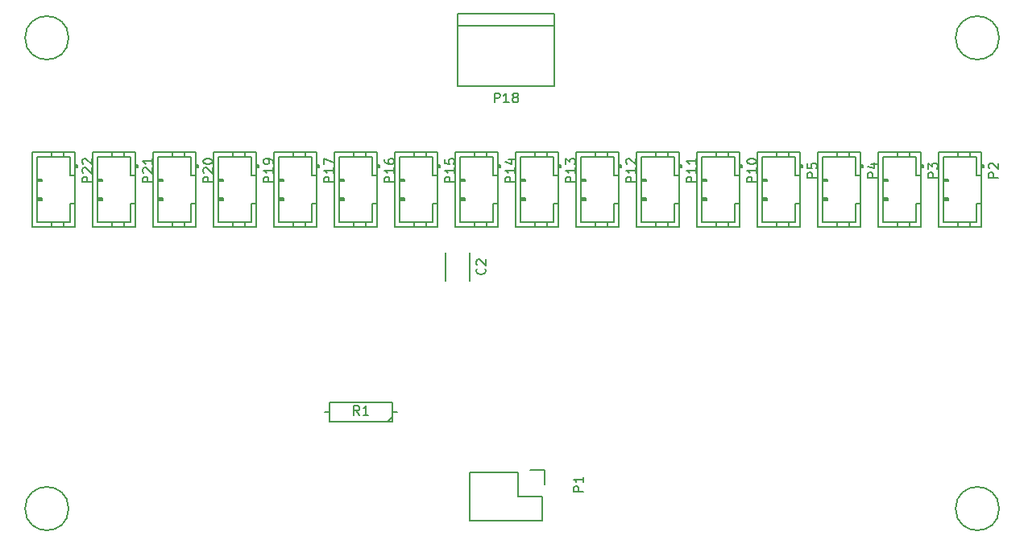
<source format=gbr>
G04 #@! TF.FileFunction,Legend,Top*
%FSLAX46Y46*%
G04 Gerber Fmt 4.6, Leading zero omitted, Abs format (unit mm)*
G04 Created by KiCad (PCBNEW 4.0.2+dfsg1-2~bpo8+1-stable) date Wed 12 Jul 2017 11:54:46 PM EEST*
%MOMM*%
G01*
G04 APERTURE LIST*
%ADD10C,0.050000*%
%ADD11C,0.150000*%
G04 APERTURE END LIST*
D10*
D11*
X139680000Y-97540000D02*
X139680000Y-100540000D01*
X137180000Y-100540000D02*
X137180000Y-97540000D01*
X144780000Y-120650000D02*
X139700000Y-120650000D01*
X147600000Y-120370000D02*
X147600000Y-121920000D01*
X147320000Y-123190000D02*
X144780000Y-123190000D01*
X144780000Y-123190000D02*
X144780000Y-120650000D01*
X139700000Y-120650000D02*
X139700000Y-125730000D01*
X139700000Y-125730000D02*
X144780000Y-125730000D01*
X147600000Y-120370000D02*
X146050000Y-120370000D01*
X147320000Y-125730000D02*
X147320000Y-123190000D01*
X144780000Y-125730000D02*
X147320000Y-125730000D01*
X188970000Y-86950000D02*
X193470000Y-86950000D01*
X193470000Y-86950000D02*
X193470000Y-94850000D01*
X193470000Y-94850000D02*
X188970000Y-94850000D01*
X188970000Y-94850000D02*
X188970000Y-86950000D01*
X193470000Y-89400000D02*
X192970000Y-89400000D01*
X192970000Y-89400000D02*
X192970000Y-87450000D01*
X192970000Y-87450000D02*
X189470000Y-87450000D01*
X189470000Y-87450000D02*
X189470000Y-94350000D01*
X189470000Y-94350000D02*
X192970000Y-94350000D01*
X192970000Y-94350000D02*
X192970000Y-92400000D01*
X192970000Y-92400000D02*
X193470000Y-92400000D01*
X192270000Y-86950000D02*
X192270000Y-87450000D01*
X190970000Y-86950000D02*
X190970000Y-87450000D01*
X192270000Y-94350000D02*
X192270000Y-94850000D01*
X190970000Y-94350000D02*
X190970000Y-94850000D01*
X193470000Y-88600000D02*
X193670000Y-88600000D01*
X193670000Y-88600000D02*
X193670000Y-88300000D01*
X193670000Y-88300000D02*
X193470000Y-88300000D01*
X193570000Y-88600000D02*
X193570000Y-88300000D01*
X189470000Y-89800000D02*
X189970000Y-89800000D01*
X189970000Y-89800000D02*
X189970000Y-90000000D01*
X189970000Y-90000000D02*
X189470000Y-90000000D01*
X189470000Y-89900000D02*
X189970000Y-89900000D01*
X189470000Y-91800000D02*
X189970000Y-91800000D01*
X189970000Y-91800000D02*
X189970000Y-92000000D01*
X189970000Y-92000000D02*
X189470000Y-92000000D01*
X189470000Y-91900000D02*
X189970000Y-91900000D01*
X182620000Y-86950000D02*
X187120000Y-86950000D01*
X187120000Y-86950000D02*
X187120000Y-94850000D01*
X187120000Y-94850000D02*
X182620000Y-94850000D01*
X182620000Y-94850000D02*
X182620000Y-86950000D01*
X187120000Y-89400000D02*
X186620000Y-89400000D01*
X186620000Y-89400000D02*
X186620000Y-87450000D01*
X186620000Y-87450000D02*
X183120000Y-87450000D01*
X183120000Y-87450000D02*
X183120000Y-94350000D01*
X183120000Y-94350000D02*
X186620000Y-94350000D01*
X186620000Y-94350000D02*
X186620000Y-92400000D01*
X186620000Y-92400000D02*
X187120000Y-92400000D01*
X185920000Y-86950000D02*
X185920000Y-87450000D01*
X184620000Y-86950000D02*
X184620000Y-87450000D01*
X185920000Y-94350000D02*
X185920000Y-94850000D01*
X184620000Y-94350000D02*
X184620000Y-94850000D01*
X187120000Y-88600000D02*
X187320000Y-88600000D01*
X187320000Y-88600000D02*
X187320000Y-88300000D01*
X187320000Y-88300000D02*
X187120000Y-88300000D01*
X187220000Y-88600000D02*
X187220000Y-88300000D01*
X183120000Y-89800000D02*
X183620000Y-89800000D01*
X183620000Y-89800000D02*
X183620000Y-90000000D01*
X183620000Y-90000000D02*
X183120000Y-90000000D01*
X183120000Y-89900000D02*
X183620000Y-89900000D01*
X183120000Y-91800000D02*
X183620000Y-91800000D01*
X183620000Y-91800000D02*
X183620000Y-92000000D01*
X183620000Y-92000000D02*
X183120000Y-92000000D01*
X183120000Y-91900000D02*
X183620000Y-91900000D01*
X176270000Y-86950000D02*
X180770000Y-86950000D01*
X180770000Y-86950000D02*
X180770000Y-94850000D01*
X180770000Y-94850000D02*
X176270000Y-94850000D01*
X176270000Y-94850000D02*
X176270000Y-86950000D01*
X180770000Y-89400000D02*
X180270000Y-89400000D01*
X180270000Y-89400000D02*
X180270000Y-87450000D01*
X180270000Y-87450000D02*
X176770000Y-87450000D01*
X176770000Y-87450000D02*
X176770000Y-94350000D01*
X176770000Y-94350000D02*
X180270000Y-94350000D01*
X180270000Y-94350000D02*
X180270000Y-92400000D01*
X180270000Y-92400000D02*
X180770000Y-92400000D01*
X179570000Y-86950000D02*
X179570000Y-87450000D01*
X178270000Y-86950000D02*
X178270000Y-87450000D01*
X179570000Y-94350000D02*
X179570000Y-94850000D01*
X178270000Y-94350000D02*
X178270000Y-94850000D01*
X180770000Y-88600000D02*
X180970000Y-88600000D01*
X180970000Y-88600000D02*
X180970000Y-88300000D01*
X180970000Y-88300000D02*
X180770000Y-88300000D01*
X180870000Y-88600000D02*
X180870000Y-88300000D01*
X176770000Y-89800000D02*
X177270000Y-89800000D01*
X177270000Y-89800000D02*
X177270000Y-90000000D01*
X177270000Y-90000000D02*
X176770000Y-90000000D01*
X176770000Y-89900000D02*
X177270000Y-89900000D01*
X176770000Y-91800000D02*
X177270000Y-91800000D01*
X177270000Y-91800000D02*
X177270000Y-92000000D01*
X177270000Y-92000000D02*
X176770000Y-92000000D01*
X176770000Y-91900000D02*
X177270000Y-91900000D01*
X169920000Y-86950000D02*
X174420000Y-86950000D01*
X174420000Y-86950000D02*
X174420000Y-94850000D01*
X174420000Y-94850000D02*
X169920000Y-94850000D01*
X169920000Y-94850000D02*
X169920000Y-86950000D01*
X174420000Y-89400000D02*
X173920000Y-89400000D01*
X173920000Y-89400000D02*
X173920000Y-87450000D01*
X173920000Y-87450000D02*
X170420000Y-87450000D01*
X170420000Y-87450000D02*
X170420000Y-94350000D01*
X170420000Y-94350000D02*
X173920000Y-94350000D01*
X173920000Y-94350000D02*
X173920000Y-92400000D01*
X173920000Y-92400000D02*
X174420000Y-92400000D01*
X173220000Y-86950000D02*
X173220000Y-87450000D01*
X171920000Y-86950000D02*
X171920000Y-87450000D01*
X173220000Y-94350000D02*
X173220000Y-94850000D01*
X171920000Y-94350000D02*
X171920000Y-94850000D01*
X174420000Y-88600000D02*
X174620000Y-88600000D01*
X174620000Y-88600000D02*
X174620000Y-88300000D01*
X174620000Y-88300000D02*
X174420000Y-88300000D01*
X174520000Y-88600000D02*
X174520000Y-88300000D01*
X170420000Y-89800000D02*
X170920000Y-89800000D01*
X170920000Y-89800000D02*
X170920000Y-90000000D01*
X170920000Y-90000000D02*
X170420000Y-90000000D01*
X170420000Y-89900000D02*
X170920000Y-89900000D01*
X170420000Y-91800000D02*
X170920000Y-91800000D01*
X170920000Y-91800000D02*
X170920000Y-92000000D01*
X170920000Y-92000000D02*
X170420000Y-92000000D01*
X170420000Y-91900000D02*
X170920000Y-91900000D01*
X163570000Y-86950000D02*
X168070000Y-86950000D01*
X168070000Y-86950000D02*
X168070000Y-94850000D01*
X168070000Y-94850000D02*
X163570000Y-94850000D01*
X163570000Y-94850000D02*
X163570000Y-86950000D01*
X168070000Y-89400000D02*
X167570000Y-89400000D01*
X167570000Y-89400000D02*
X167570000Y-87450000D01*
X167570000Y-87450000D02*
X164070000Y-87450000D01*
X164070000Y-87450000D02*
X164070000Y-94350000D01*
X164070000Y-94350000D02*
X167570000Y-94350000D01*
X167570000Y-94350000D02*
X167570000Y-92400000D01*
X167570000Y-92400000D02*
X168070000Y-92400000D01*
X166870000Y-86950000D02*
X166870000Y-87450000D01*
X165570000Y-86950000D02*
X165570000Y-87450000D01*
X166870000Y-94350000D02*
X166870000Y-94850000D01*
X165570000Y-94350000D02*
X165570000Y-94850000D01*
X168070000Y-88600000D02*
X168270000Y-88600000D01*
X168270000Y-88600000D02*
X168270000Y-88300000D01*
X168270000Y-88300000D02*
X168070000Y-88300000D01*
X168170000Y-88600000D02*
X168170000Y-88300000D01*
X164070000Y-89800000D02*
X164570000Y-89800000D01*
X164570000Y-89800000D02*
X164570000Y-90000000D01*
X164570000Y-90000000D02*
X164070000Y-90000000D01*
X164070000Y-89900000D02*
X164570000Y-89900000D01*
X164070000Y-91800000D02*
X164570000Y-91800000D01*
X164570000Y-91800000D02*
X164570000Y-92000000D01*
X164570000Y-92000000D02*
X164070000Y-92000000D01*
X164070000Y-91900000D02*
X164570000Y-91900000D01*
X157220000Y-86950000D02*
X161720000Y-86950000D01*
X161720000Y-86950000D02*
X161720000Y-94850000D01*
X161720000Y-94850000D02*
X157220000Y-94850000D01*
X157220000Y-94850000D02*
X157220000Y-86950000D01*
X161720000Y-89400000D02*
X161220000Y-89400000D01*
X161220000Y-89400000D02*
X161220000Y-87450000D01*
X161220000Y-87450000D02*
X157720000Y-87450000D01*
X157720000Y-87450000D02*
X157720000Y-94350000D01*
X157720000Y-94350000D02*
X161220000Y-94350000D01*
X161220000Y-94350000D02*
X161220000Y-92400000D01*
X161220000Y-92400000D02*
X161720000Y-92400000D01*
X160520000Y-86950000D02*
X160520000Y-87450000D01*
X159220000Y-86950000D02*
X159220000Y-87450000D01*
X160520000Y-94350000D02*
X160520000Y-94850000D01*
X159220000Y-94350000D02*
X159220000Y-94850000D01*
X161720000Y-88600000D02*
X161920000Y-88600000D01*
X161920000Y-88600000D02*
X161920000Y-88300000D01*
X161920000Y-88300000D02*
X161720000Y-88300000D01*
X161820000Y-88600000D02*
X161820000Y-88300000D01*
X157720000Y-89800000D02*
X158220000Y-89800000D01*
X158220000Y-89800000D02*
X158220000Y-90000000D01*
X158220000Y-90000000D02*
X157720000Y-90000000D01*
X157720000Y-89900000D02*
X158220000Y-89900000D01*
X157720000Y-91800000D02*
X158220000Y-91800000D01*
X158220000Y-91800000D02*
X158220000Y-92000000D01*
X158220000Y-92000000D02*
X157720000Y-92000000D01*
X157720000Y-91900000D02*
X158220000Y-91900000D01*
X150870000Y-86950000D02*
X155370000Y-86950000D01*
X155370000Y-86950000D02*
X155370000Y-94850000D01*
X155370000Y-94850000D02*
X150870000Y-94850000D01*
X150870000Y-94850000D02*
X150870000Y-86950000D01*
X155370000Y-89400000D02*
X154870000Y-89400000D01*
X154870000Y-89400000D02*
X154870000Y-87450000D01*
X154870000Y-87450000D02*
X151370000Y-87450000D01*
X151370000Y-87450000D02*
X151370000Y-94350000D01*
X151370000Y-94350000D02*
X154870000Y-94350000D01*
X154870000Y-94350000D02*
X154870000Y-92400000D01*
X154870000Y-92400000D02*
X155370000Y-92400000D01*
X154170000Y-86950000D02*
X154170000Y-87450000D01*
X152870000Y-86950000D02*
X152870000Y-87450000D01*
X154170000Y-94350000D02*
X154170000Y-94850000D01*
X152870000Y-94350000D02*
X152870000Y-94850000D01*
X155370000Y-88600000D02*
X155570000Y-88600000D01*
X155570000Y-88600000D02*
X155570000Y-88300000D01*
X155570000Y-88300000D02*
X155370000Y-88300000D01*
X155470000Y-88600000D02*
X155470000Y-88300000D01*
X151370000Y-89800000D02*
X151870000Y-89800000D01*
X151870000Y-89800000D02*
X151870000Y-90000000D01*
X151870000Y-90000000D02*
X151370000Y-90000000D01*
X151370000Y-89900000D02*
X151870000Y-89900000D01*
X151370000Y-91800000D02*
X151870000Y-91800000D01*
X151870000Y-91800000D02*
X151870000Y-92000000D01*
X151870000Y-92000000D02*
X151370000Y-92000000D01*
X151370000Y-91900000D02*
X151870000Y-91900000D01*
X144520000Y-86950000D02*
X149020000Y-86950000D01*
X149020000Y-86950000D02*
X149020000Y-94850000D01*
X149020000Y-94850000D02*
X144520000Y-94850000D01*
X144520000Y-94850000D02*
X144520000Y-86950000D01*
X149020000Y-89400000D02*
X148520000Y-89400000D01*
X148520000Y-89400000D02*
X148520000Y-87450000D01*
X148520000Y-87450000D02*
X145020000Y-87450000D01*
X145020000Y-87450000D02*
X145020000Y-94350000D01*
X145020000Y-94350000D02*
X148520000Y-94350000D01*
X148520000Y-94350000D02*
X148520000Y-92400000D01*
X148520000Y-92400000D02*
X149020000Y-92400000D01*
X147820000Y-86950000D02*
X147820000Y-87450000D01*
X146520000Y-86950000D02*
X146520000Y-87450000D01*
X147820000Y-94350000D02*
X147820000Y-94850000D01*
X146520000Y-94350000D02*
X146520000Y-94850000D01*
X149020000Y-88600000D02*
X149220000Y-88600000D01*
X149220000Y-88600000D02*
X149220000Y-88300000D01*
X149220000Y-88300000D02*
X149020000Y-88300000D01*
X149120000Y-88600000D02*
X149120000Y-88300000D01*
X145020000Y-89800000D02*
X145520000Y-89800000D01*
X145520000Y-89800000D02*
X145520000Y-90000000D01*
X145520000Y-90000000D02*
X145020000Y-90000000D01*
X145020000Y-89900000D02*
X145520000Y-89900000D01*
X145020000Y-91800000D02*
X145520000Y-91800000D01*
X145520000Y-91800000D02*
X145520000Y-92000000D01*
X145520000Y-92000000D02*
X145020000Y-92000000D01*
X145020000Y-91900000D02*
X145520000Y-91900000D01*
X138170000Y-86950000D02*
X142670000Y-86950000D01*
X142670000Y-86950000D02*
X142670000Y-94850000D01*
X142670000Y-94850000D02*
X138170000Y-94850000D01*
X138170000Y-94850000D02*
X138170000Y-86950000D01*
X142670000Y-89400000D02*
X142170000Y-89400000D01*
X142170000Y-89400000D02*
X142170000Y-87450000D01*
X142170000Y-87450000D02*
X138670000Y-87450000D01*
X138670000Y-87450000D02*
X138670000Y-94350000D01*
X138670000Y-94350000D02*
X142170000Y-94350000D01*
X142170000Y-94350000D02*
X142170000Y-92400000D01*
X142170000Y-92400000D02*
X142670000Y-92400000D01*
X141470000Y-86950000D02*
X141470000Y-87450000D01*
X140170000Y-86950000D02*
X140170000Y-87450000D01*
X141470000Y-94350000D02*
X141470000Y-94850000D01*
X140170000Y-94350000D02*
X140170000Y-94850000D01*
X142670000Y-88600000D02*
X142870000Y-88600000D01*
X142870000Y-88600000D02*
X142870000Y-88300000D01*
X142870000Y-88300000D02*
X142670000Y-88300000D01*
X142770000Y-88600000D02*
X142770000Y-88300000D01*
X138670000Y-89800000D02*
X139170000Y-89800000D01*
X139170000Y-89800000D02*
X139170000Y-90000000D01*
X139170000Y-90000000D02*
X138670000Y-90000000D01*
X138670000Y-89900000D02*
X139170000Y-89900000D01*
X138670000Y-91800000D02*
X139170000Y-91800000D01*
X139170000Y-91800000D02*
X139170000Y-92000000D01*
X139170000Y-92000000D02*
X138670000Y-92000000D01*
X138670000Y-91900000D02*
X139170000Y-91900000D01*
X131820000Y-86950000D02*
X136320000Y-86950000D01*
X136320000Y-86950000D02*
X136320000Y-94850000D01*
X136320000Y-94850000D02*
X131820000Y-94850000D01*
X131820000Y-94850000D02*
X131820000Y-86950000D01*
X136320000Y-89400000D02*
X135820000Y-89400000D01*
X135820000Y-89400000D02*
X135820000Y-87450000D01*
X135820000Y-87450000D02*
X132320000Y-87450000D01*
X132320000Y-87450000D02*
X132320000Y-94350000D01*
X132320000Y-94350000D02*
X135820000Y-94350000D01*
X135820000Y-94350000D02*
X135820000Y-92400000D01*
X135820000Y-92400000D02*
X136320000Y-92400000D01*
X135120000Y-86950000D02*
X135120000Y-87450000D01*
X133820000Y-86950000D02*
X133820000Y-87450000D01*
X135120000Y-94350000D02*
X135120000Y-94850000D01*
X133820000Y-94350000D02*
X133820000Y-94850000D01*
X136320000Y-88600000D02*
X136520000Y-88600000D01*
X136520000Y-88600000D02*
X136520000Y-88300000D01*
X136520000Y-88300000D02*
X136320000Y-88300000D01*
X136420000Y-88600000D02*
X136420000Y-88300000D01*
X132320000Y-89800000D02*
X132820000Y-89800000D01*
X132820000Y-89800000D02*
X132820000Y-90000000D01*
X132820000Y-90000000D02*
X132320000Y-90000000D01*
X132320000Y-89900000D02*
X132820000Y-89900000D01*
X132320000Y-91800000D02*
X132820000Y-91800000D01*
X132820000Y-91800000D02*
X132820000Y-92000000D01*
X132820000Y-92000000D02*
X132320000Y-92000000D01*
X132320000Y-91900000D02*
X132820000Y-91900000D01*
X125470000Y-86950000D02*
X129970000Y-86950000D01*
X129970000Y-86950000D02*
X129970000Y-94850000D01*
X129970000Y-94850000D02*
X125470000Y-94850000D01*
X125470000Y-94850000D02*
X125470000Y-86950000D01*
X129970000Y-89400000D02*
X129470000Y-89400000D01*
X129470000Y-89400000D02*
X129470000Y-87450000D01*
X129470000Y-87450000D02*
X125970000Y-87450000D01*
X125970000Y-87450000D02*
X125970000Y-94350000D01*
X125970000Y-94350000D02*
X129470000Y-94350000D01*
X129470000Y-94350000D02*
X129470000Y-92400000D01*
X129470000Y-92400000D02*
X129970000Y-92400000D01*
X128770000Y-86950000D02*
X128770000Y-87450000D01*
X127470000Y-86950000D02*
X127470000Y-87450000D01*
X128770000Y-94350000D02*
X128770000Y-94850000D01*
X127470000Y-94350000D02*
X127470000Y-94850000D01*
X129970000Y-88600000D02*
X130170000Y-88600000D01*
X130170000Y-88600000D02*
X130170000Y-88300000D01*
X130170000Y-88300000D02*
X129970000Y-88300000D01*
X130070000Y-88600000D02*
X130070000Y-88300000D01*
X125970000Y-89800000D02*
X126470000Y-89800000D01*
X126470000Y-89800000D02*
X126470000Y-90000000D01*
X126470000Y-90000000D02*
X125970000Y-90000000D01*
X125970000Y-89900000D02*
X126470000Y-89900000D01*
X125970000Y-91800000D02*
X126470000Y-91800000D01*
X126470000Y-91800000D02*
X126470000Y-92000000D01*
X126470000Y-92000000D02*
X125970000Y-92000000D01*
X125970000Y-91900000D02*
X126470000Y-91900000D01*
X119120000Y-86950000D02*
X123620000Y-86950000D01*
X123620000Y-86950000D02*
X123620000Y-94850000D01*
X123620000Y-94850000D02*
X119120000Y-94850000D01*
X119120000Y-94850000D02*
X119120000Y-86950000D01*
X123620000Y-89400000D02*
X123120000Y-89400000D01*
X123120000Y-89400000D02*
X123120000Y-87450000D01*
X123120000Y-87450000D02*
X119620000Y-87450000D01*
X119620000Y-87450000D02*
X119620000Y-94350000D01*
X119620000Y-94350000D02*
X123120000Y-94350000D01*
X123120000Y-94350000D02*
X123120000Y-92400000D01*
X123120000Y-92400000D02*
X123620000Y-92400000D01*
X122420000Y-86950000D02*
X122420000Y-87450000D01*
X121120000Y-86950000D02*
X121120000Y-87450000D01*
X122420000Y-94350000D02*
X122420000Y-94850000D01*
X121120000Y-94350000D02*
X121120000Y-94850000D01*
X123620000Y-88600000D02*
X123820000Y-88600000D01*
X123820000Y-88600000D02*
X123820000Y-88300000D01*
X123820000Y-88300000D02*
X123620000Y-88300000D01*
X123720000Y-88600000D02*
X123720000Y-88300000D01*
X119620000Y-89800000D02*
X120120000Y-89800000D01*
X120120000Y-89800000D02*
X120120000Y-90000000D01*
X120120000Y-90000000D02*
X119620000Y-90000000D01*
X119620000Y-89900000D02*
X120120000Y-89900000D01*
X119620000Y-91800000D02*
X120120000Y-91800000D01*
X120120000Y-91800000D02*
X120120000Y-92000000D01*
X120120000Y-92000000D02*
X119620000Y-92000000D01*
X119620000Y-91900000D02*
X120120000Y-91900000D01*
X138430000Y-73660000D02*
X148590000Y-73660000D01*
X138430000Y-72390000D02*
X138430000Y-80010000D01*
X138430000Y-80010000D02*
X148590000Y-80010000D01*
X148590000Y-80010000D02*
X148590000Y-72390000D01*
X148590000Y-72390000D02*
X138430000Y-72390000D01*
X112770000Y-86950000D02*
X117270000Y-86950000D01*
X117270000Y-86950000D02*
X117270000Y-94850000D01*
X117270000Y-94850000D02*
X112770000Y-94850000D01*
X112770000Y-94850000D02*
X112770000Y-86950000D01*
X117270000Y-89400000D02*
X116770000Y-89400000D01*
X116770000Y-89400000D02*
X116770000Y-87450000D01*
X116770000Y-87450000D02*
X113270000Y-87450000D01*
X113270000Y-87450000D02*
X113270000Y-94350000D01*
X113270000Y-94350000D02*
X116770000Y-94350000D01*
X116770000Y-94350000D02*
X116770000Y-92400000D01*
X116770000Y-92400000D02*
X117270000Y-92400000D01*
X116070000Y-86950000D02*
X116070000Y-87450000D01*
X114770000Y-86950000D02*
X114770000Y-87450000D01*
X116070000Y-94350000D02*
X116070000Y-94850000D01*
X114770000Y-94350000D02*
X114770000Y-94850000D01*
X117270000Y-88600000D02*
X117470000Y-88600000D01*
X117470000Y-88600000D02*
X117470000Y-88300000D01*
X117470000Y-88300000D02*
X117270000Y-88300000D01*
X117370000Y-88600000D02*
X117370000Y-88300000D01*
X113270000Y-89800000D02*
X113770000Y-89800000D01*
X113770000Y-89800000D02*
X113770000Y-90000000D01*
X113770000Y-90000000D02*
X113270000Y-90000000D01*
X113270000Y-89900000D02*
X113770000Y-89900000D01*
X113270000Y-91800000D02*
X113770000Y-91800000D01*
X113770000Y-91800000D02*
X113770000Y-92000000D01*
X113770000Y-92000000D02*
X113270000Y-92000000D01*
X113270000Y-91900000D02*
X113770000Y-91900000D01*
X106420000Y-86950000D02*
X110920000Y-86950000D01*
X110920000Y-86950000D02*
X110920000Y-94850000D01*
X110920000Y-94850000D02*
X106420000Y-94850000D01*
X106420000Y-94850000D02*
X106420000Y-86950000D01*
X110920000Y-89400000D02*
X110420000Y-89400000D01*
X110420000Y-89400000D02*
X110420000Y-87450000D01*
X110420000Y-87450000D02*
X106920000Y-87450000D01*
X106920000Y-87450000D02*
X106920000Y-94350000D01*
X106920000Y-94350000D02*
X110420000Y-94350000D01*
X110420000Y-94350000D02*
X110420000Y-92400000D01*
X110420000Y-92400000D02*
X110920000Y-92400000D01*
X109720000Y-86950000D02*
X109720000Y-87450000D01*
X108420000Y-86950000D02*
X108420000Y-87450000D01*
X109720000Y-94350000D02*
X109720000Y-94850000D01*
X108420000Y-94350000D02*
X108420000Y-94850000D01*
X110920000Y-88600000D02*
X111120000Y-88600000D01*
X111120000Y-88600000D02*
X111120000Y-88300000D01*
X111120000Y-88300000D02*
X110920000Y-88300000D01*
X111020000Y-88600000D02*
X111020000Y-88300000D01*
X106920000Y-89800000D02*
X107420000Y-89800000D01*
X107420000Y-89800000D02*
X107420000Y-90000000D01*
X107420000Y-90000000D02*
X106920000Y-90000000D01*
X106920000Y-89900000D02*
X107420000Y-89900000D01*
X106920000Y-91800000D02*
X107420000Y-91800000D01*
X107420000Y-91800000D02*
X107420000Y-92000000D01*
X107420000Y-92000000D02*
X106920000Y-92000000D01*
X106920000Y-91900000D02*
X107420000Y-91900000D01*
X100070000Y-86950000D02*
X104570000Y-86950000D01*
X104570000Y-86950000D02*
X104570000Y-94850000D01*
X104570000Y-94850000D02*
X100070000Y-94850000D01*
X100070000Y-94850000D02*
X100070000Y-86950000D01*
X104570000Y-89400000D02*
X104070000Y-89400000D01*
X104070000Y-89400000D02*
X104070000Y-87450000D01*
X104070000Y-87450000D02*
X100570000Y-87450000D01*
X100570000Y-87450000D02*
X100570000Y-94350000D01*
X100570000Y-94350000D02*
X104070000Y-94350000D01*
X104070000Y-94350000D02*
X104070000Y-92400000D01*
X104070000Y-92400000D02*
X104570000Y-92400000D01*
X103370000Y-86950000D02*
X103370000Y-87450000D01*
X102070000Y-86950000D02*
X102070000Y-87450000D01*
X103370000Y-94350000D02*
X103370000Y-94850000D01*
X102070000Y-94350000D02*
X102070000Y-94850000D01*
X104570000Y-88600000D02*
X104770000Y-88600000D01*
X104770000Y-88600000D02*
X104770000Y-88300000D01*
X104770000Y-88300000D02*
X104570000Y-88300000D01*
X104670000Y-88600000D02*
X104670000Y-88300000D01*
X100570000Y-89800000D02*
X101070000Y-89800000D01*
X101070000Y-89800000D02*
X101070000Y-90000000D01*
X101070000Y-90000000D02*
X100570000Y-90000000D01*
X100570000Y-89900000D02*
X101070000Y-89900000D01*
X100570000Y-91800000D02*
X101070000Y-91800000D01*
X101070000Y-91800000D02*
X101070000Y-92000000D01*
X101070000Y-92000000D02*
X100570000Y-92000000D01*
X100570000Y-91900000D02*
X101070000Y-91900000D01*
X93720000Y-86950000D02*
X98220000Y-86950000D01*
X98220000Y-86950000D02*
X98220000Y-94850000D01*
X98220000Y-94850000D02*
X93720000Y-94850000D01*
X93720000Y-94850000D02*
X93720000Y-86950000D01*
X98220000Y-89400000D02*
X97720000Y-89400000D01*
X97720000Y-89400000D02*
X97720000Y-87450000D01*
X97720000Y-87450000D02*
X94220000Y-87450000D01*
X94220000Y-87450000D02*
X94220000Y-94350000D01*
X94220000Y-94350000D02*
X97720000Y-94350000D01*
X97720000Y-94350000D02*
X97720000Y-92400000D01*
X97720000Y-92400000D02*
X98220000Y-92400000D01*
X97020000Y-86950000D02*
X97020000Y-87450000D01*
X95720000Y-86950000D02*
X95720000Y-87450000D01*
X97020000Y-94350000D02*
X97020000Y-94850000D01*
X95720000Y-94350000D02*
X95720000Y-94850000D01*
X98220000Y-88600000D02*
X98420000Y-88600000D01*
X98420000Y-88600000D02*
X98420000Y-88300000D01*
X98420000Y-88300000D02*
X98220000Y-88300000D01*
X98320000Y-88600000D02*
X98320000Y-88300000D01*
X94220000Y-89800000D02*
X94720000Y-89800000D01*
X94720000Y-89800000D02*
X94720000Y-90000000D01*
X94720000Y-90000000D02*
X94220000Y-90000000D01*
X94220000Y-89900000D02*
X94720000Y-89900000D01*
X94220000Y-91800000D02*
X94720000Y-91800000D01*
X94720000Y-91800000D02*
X94720000Y-92000000D01*
X94720000Y-92000000D02*
X94220000Y-92000000D01*
X94220000Y-91900000D02*
X94720000Y-91900000D01*
X132080000Y-114300000D02*
X131572000Y-114300000D01*
X124460000Y-114300000D02*
X124968000Y-114300000D01*
X124968000Y-114300000D02*
X124968000Y-115316000D01*
X124968000Y-115316000D02*
X131572000Y-115316000D01*
X131572000Y-115316000D02*
X131572000Y-113284000D01*
X131572000Y-113284000D02*
X124968000Y-113284000D01*
X124968000Y-113284000D02*
X124968000Y-114300000D01*
X131572000Y-114808000D02*
X131064000Y-115316000D01*
X97536000Y-124460000D02*
G75*
G03X97536000Y-124460000I-2286000J0D01*
G01*
X97536000Y-74930000D02*
G75*
G03X97536000Y-74930000I-2286000J0D01*
G01*
X195326000Y-124460000D02*
G75*
G03X195326000Y-124460000I-2286000J0D01*
G01*
X195326000Y-74930000D02*
G75*
G03X195326000Y-74930000I-2286000J0D01*
G01*
X141287143Y-99206666D02*
X141334762Y-99254285D01*
X141382381Y-99397142D01*
X141382381Y-99492380D01*
X141334762Y-99635238D01*
X141239524Y-99730476D01*
X141144286Y-99778095D01*
X140953810Y-99825714D01*
X140810952Y-99825714D01*
X140620476Y-99778095D01*
X140525238Y-99730476D01*
X140430000Y-99635238D01*
X140382381Y-99492380D01*
X140382381Y-99397142D01*
X140430000Y-99254285D01*
X140477619Y-99206666D01*
X140477619Y-98825714D02*
X140430000Y-98778095D01*
X140382381Y-98682857D01*
X140382381Y-98444761D01*
X140430000Y-98349523D01*
X140477619Y-98301904D01*
X140572857Y-98254285D01*
X140668095Y-98254285D01*
X140810952Y-98301904D01*
X141382381Y-98873333D01*
X141382381Y-98254285D01*
X151602381Y-122658095D02*
X150602381Y-122658095D01*
X150602381Y-122277142D01*
X150650000Y-122181904D01*
X150697619Y-122134285D01*
X150792857Y-122086666D01*
X150935714Y-122086666D01*
X151030952Y-122134285D01*
X151078571Y-122181904D01*
X151126190Y-122277142D01*
X151126190Y-122658095D01*
X151602381Y-121134285D02*
X151602381Y-121705714D01*
X151602381Y-121420000D02*
X150602381Y-121420000D01*
X150745238Y-121515238D01*
X150840476Y-121610476D01*
X150888095Y-121705714D01*
X195222381Y-89638095D02*
X194222381Y-89638095D01*
X194222381Y-89257142D01*
X194270000Y-89161904D01*
X194317619Y-89114285D01*
X194412857Y-89066666D01*
X194555714Y-89066666D01*
X194650952Y-89114285D01*
X194698571Y-89161904D01*
X194746190Y-89257142D01*
X194746190Y-89638095D01*
X194317619Y-88685714D02*
X194270000Y-88638095D01*
X194222381Y-88542857D01*
X194222381Y-88304761D01*
X194270000Y-88209523D01*
X194317619Y-88161904D01*
X194412857Y-88114285D01*
X194508095Y-88114285D01*
X194650952Y-88161904D01*
X195222381Y-88733333D01*
X195222381Y-88114285D01*
X188872381Y-89638095D02*
X187872381Y-89638095D01*
X187872381Y-89257142D01*
X187920000Y-89161904D01*
X187967619Y-89114285D01*
X188062857Y-89066666D01*
X188205714Y-89066666D01*
X188300952Y-89114285D01*
X188348571Y-89161904D01*
X188396190Y-89257142D01*
X188396190Y-89638095D01*
X187872381Y-88733333D02*
X187872381Y-88114285D01*
X188253333Y-88447619D01*
X188253333Y-88304761D01*
X188300952Y-88209523D01*
X188348571Y-88161904D01*
X188443810Y-88114285D01*
X188681905Y-88114285D01*
X188777143Y-88161904D01*
X188824762Y-88209523D01*
X188872381Y-88304761D01*
X188872381Y-88590476D01*
X188824762Y-88685714D01*
X188777143Y-88733333D01*
X182522381Y-89638095D02*
X181522381Y-89638095D01*
X181522381Y-89257142D01*
X181570000Y-89161904D01*
X181617619Y-89114285D01*
X181712857Y-89066666D01*
X181855714Y-89066666D01*
X181950952Y-89114285D01*
X181998571Y-89161904D01*
X182046190Y-89257142D01*
X182046190Y-89638095D01*
X181855714Y-88209523D02*
X182522381Y-88209523D01*
X181474762Y-88447619D02*
X182189048Y-88685714D01*
X182189048Y-88066666D01*
X176172381Y-89638095D02*
X175172381Y-89638095D01*
X175172381Y-89257142D01*
X175220000Y-89161904D01*
X175267619Y-89114285D01*
X175362857Y-89066666D01*
X175505714Y-89066666D01*
X175600952Y-89114285D01*
X175648571Y-89161904D01*
X175696190Y-89257142D01*
X175696190Y-89638095D01*
X175172381Y-88161904D02*
X175172381Y-88638095D01*
X175648571Y-88685714D01*
X175600952Y-88638095D01*
X175553333Y-88542857D01*
X175553333Y-88304761D01*
X175600952Y-88209523D01*
X175648571Y-88161904D01*
X175743810Y-88114285D01*
X175981905Y-88114285D01*
X176077143Y-88161904D01*
X176124762Y-88209523D01*
X176172381Y-88304761D01*
X176172381Y-88542857D01*
X176124762Y-88638095D01*
X176077143Y-88685714D01*
X169822381Y-90114286D02*
X168822381Y-90114286D01*
X168822381Y-89733333D01*
X168870000Y-89638095D01*
X168917619Y-89590476D01*
X169012857Y-89542857D01*
X169155714Y-89542857D01*
X169250952Y-89590476D01*
X169298571Y-89638095D01*
X169346190Y-89733333D01*
X169346190Y-90114286D01*
X169822381Y-88590476D02*
X169822381Y-89161905D01*
X169822381Y-88876191D02*
X168822381Y-88876191D01*
X168965238Y-88971429D01*
X169060476Y-89066667D01*
X169108095Y-89161905D01*
X168822381Y-87971429D02*
X168822381Y-87876190D01*
X168870000Y-87780952D01*
X168917619Y-87733333D01*
X169012857Y-87685714D01*
X169203333Y-87638095D01*
X169441429Y-87638095D01*
X169631905Y-87685714D01*
X169727143Y-87733333D01*
X169774762Y-87780952D01*
X169822381Y-87876190D01*
X169822381Y-87971429D01*
X169774762Y-88066667D01*
X169727143Y-88114286D01*
X169631905Y-88161905D01*
X169441429Y-88209524D01*
X169203333Y-88209524D01*
X169012857Y-88161905D01*
X168917619Y-88114286D01*
X168870000Y-88066667D01*
X168822381Y-87971429D01*
X163472381Y-90114286D02*
X162472381Y-90114286D01*
X162472381Y-89733333D01*
X162520000Y-89638095D01*
X162567619Y-89590476D01*
X162662857Y-89542857D01*
X162805714Y-89542857D01*
X162900952Y-89590476D01*
X162948571Y-89638095D01*
X162996190Y-89733333D01*
X162996190Y-90114286D01*
X163472381Y-88590476D02*
X163472381Y-89161905D01*
X163472381Y-88876191D02*
X162472381Y-88876191D01*
X162615238Y-88971429D01*
X162710476Y-89066667D01*
X162758095Y-89161905D01*
X163472381Y-87638095D02*
X163472381Y-88209524D01*
X163472381Y-87923810D02*
X162472381Y-87923810D01*
X162615238Y-88019048D01*
X162710476Y-88114286D01*
X162758095Y-88209524D01*
X157122381Y-90114286D02*
X156122381Y-90114286D01*
X156122381Y-89733333D01*
X156170000Y-89638095D01*
X156217619Y-89590476D01*
X156312857Y-89542857D01*
X156455714Y-89542857D01*
X156550952Y-89590476D01*
X156598571Y-89638095D01*
X156646190Y-89733333D01*
X156646190Y-90114286D01*
X157122381Y-88590476D02*
X157122381Y-89161905D01*
X157122381Y-88876191D02*
X156122381Y-88876191D01*
X156265238Y-88971429D01*
X156360476Y-89066667D01*
X156408095Y-89161905D01*
X156217619Y-88209524D02*
X156170000Y-88161905D01*
X156122381Y-88066667D01*
X156122381Y-87828571D01*
X156170000Y-87733333D01*
X156217619Y-87685714D01*
X156312857Y-87638095D01*
X156408095Y-87638095D01*
X156550952Y-87685714D01*
X157122381Y-88257143D01*
X157122381Y-87638095D01*
X150772381Y-90114286D02*
X149772381Y-90114286D01*
X149772381Y-89733333D01*
X149820000Y-89638095D01*
X149867619Y-89590476D01*
X149962857Y-89542857D01*
X150105714Y-89542857D01*
X150200952Y-89590476D01*
X150248571Y-89638095D01*
X150296190Y-89733333D01*
X150296190Y-90114286D01*
X150772381Y-88590476D02*
X150772381Y-89161905D01*
X150772381Y-88876191D02*
X149772381Y-88876191D01*
X149915238Y-88971429D01*
X150010476Y-89066667D01*
X150058095Y-89161905D01*
X149772381Y-88257143D02*
X149772381Y-87638095D01*
X150153333Y-87971429D01*
X150153333Y-87828571D01*
X150200952Y-87733333D01*
X150248571Y-87685714D01*
X150343810Y-87638095D01*
X150581905Y-87638095D01*
X150677143Y-87685714D01*
X150724762Y-87733333D01*
X150772381Y-87828571D01*
X150772381Y-88114286D01*
X150724762Y-88209524D01*
X150677143Y-88257143D01*
X144422381Y-90114286D02*
X143422381Y-90114286D01*
X143422381Y-89733333D01*
X143470000Y-89638095D01*
X143517619Y-89590476D01*
X143612857Y-89542857D01*
X143755714Y-89542857D01*
X143850952Y-89590476D01*
X143898571Y-89638095D01*
X143946190Y-89733333D01*
X143946190Y-90114286D01*
X144422381Y-88590476D02*
X144422381Y-89161905D01*
X144422381Y-88876191D02*
X143422381Y-88876191D01*
X143565238Y-88971429D01*
X143660476Y-89066667D01*
X143708095Y-89161905D01*
X143755714Y-87733333D02*
X144422381Y-87733333D01*
X143374762Y-87971429D02*
X144089048Y-88209524D01*
X144089048Y-87590476D01*
X138072381Y-90114286D02*
X137072381Y-90114286D01*
X137072381Y-89733333D01*
X137120000Y-89638095D01*
X137167619Y-89590476D01*
X137262857Y-89542857D01*
X137405714Y-89542857D01*
X137500952Y-89590476D01*
X137548571Y-89638095D01*
X137596190Y-89733333D01*
X137596190Y-90114286D01*
X138072381Y-88590476D02*
X138072381Y-89161905D01*
X138072381Y-88876191D02*
X137072381Y-88876191D01*
X137215238Y-88971429D01*
X137310476Y-89066667D01*
X137358095Y-89161905D01*
X137072381Y-87685714D02*
X137072381Y-88161905D01*
X137548571Y-88209524D01*
X137500952Y-88161905D01*
X137453333Y-88066667D01*
X137453333Y-87828571D01*
X137500952Y-87733333D01*
X137548571Y-87685714D01*
X137643810Y-87638095D01*
X137881905Y-87638095D01*
X137977143Y-87685714D01*
X138024762Y-87733333D01*
X138072381Y-87828571D01*
X138072381Y-88066667D01*
X138024762Y-88161905D01*
X137977143Y-88209524D01*
X131722381Y-90114286D02*
X130722381Y-90114286D01*
X130722381Y-89733333D01*
X130770000Y-89638095D01*
X130817619Y-89590476D01*
X130912857Y-89542857D01*
X131055714Y-89542857D01*
X131150952Y-89590476D01*
X131198571Y-89638095D01*
X131246190Y-89733333D01*
X131246190Y-90114286D01*
X131722381Y-88590476D02*
X131722381Y-89161905D01*
X131722381Y-88876191D02*
X130722381Y-88876191D01*
X130865238Y-88971429D01*
X130960476Y-89066667D01*
X131008095Y-89161905D01*
X130722381Y-87733333D02*
X130722381Y-87923810D01*
X130770000Y-88019048D01*
X130817619Y-88066667D01*
X130960476Y-88161905D01*
X131150952Y-88209524D01*
X131531905Y-88209524D01*
X131627143Y-88161905D01*
X131674762Y-88114286D01*
X131722381Y-88019048D01*
X131722381Y-87828571D01*
X131674762Y-87733333D01*
X131627143Y-87685714D01*
X131531905Y-87638095D01*
X131293810Y-87638095D01*
X131198571Y-87685714D01*
X131150952Y-87733333D01*
X131103333Y-87828571D01*
X131103333Y-88019048D01*
X131150952Y-88114286D01*
X131198571Y-88161905D01*
X131293810Y-88209524D01*
X125372381Y-90114286D02*
X124372381Y-90114286D01*
X124372381Y-89733333D01*
X124420000Y-89638095D01*
X124467619Y-89590476D01*
X124562857Y-89542857D01*
X124705714Y-89542857D01*
X124800952Y-89590476D01*
X124848571Y-89638095D01*
X124896190Y-89733333D01*
X124896190Y-90114286D01*
X125372381Y-88590476D02*
X125372381Y-89161905D01*
X125372381Y-88876191D02*
X124372381Y-88876191D01*
X124515238Y-88971429D01*
X124610476Y-89066667D01*
X124658095Y-89161905D01*
X124372381Y-88257143D02*
X124372381Y-87590476D01*
X125372381Y-88019048D01*
X142295714Y-81732381D02*
X142295714Y-80732381D01*
X142676667Y-80732381D01*
X142771905Y-80780000D01*
X142819524Y-80827619D01*
X142867143Y-80922857D01*
X142867143Y-81065714D01*
X142819524Y-81160952D01*
X142771905Y-81208571D01*
X142676667Y-81256190D01*
X142295714Y-81256190D01*
X143819524Y-81732381D02*
X143248095Y-81732381D01*
X143533809Y-81732381D02*
X143533809Y-80732381D01*
X143438571Y-80875238D01*
X143343333Y-80970476D01*
X143248095Y-81018095D01*
X144390952Y-81160952D02*
X144295714Y-81113333D01*
X144248095Y-81065714D01*
X144200476Y-80970476D01*
X144200476Y-80922857D01*
X144248095Y-80827619D01*
X144295714Y-80780000D01*
X144390952Y-80732381D01*
X144581429Y-80732381D01*
X144676667Y-80780000D01*
X144724286Y-80827619D01*
X144771905Y-80922857D01*
X144771905Y-80970476D01*
X144724286Y-81065714D01*
X144676667Y-81113333D01*
X144581429Y-81160952D01*
X144390952Y-81160952D01*
X144295714Y-81208571D01*
X144248095Y-81256190D01*
X144200476Y-81351429D01*
X144200476Y-81541905D01*
X144248095Y-81637143D01*
X144295714Y-81684762D01*
X144390952Y-81732381D01*
X144581429Y-81732381D01*
X144676667Y-81684762D01*
X144724286Y-81637143D01*
X144771905Y-81541905D01*
X144771905Y-81351429D01*
X144724286Y-81256190D01*
X144676667Y-81208571D01*
X144581429Y-81160952D01*
X119022381Y-90114286D02*
X118022381Y-90114286D01*
X118022381Y-89733333D01*
X118070000Y-89638095D01*
X118117619Y-89590476D01*
X118212857Y-89542857D01*
X118355714Y-89542857D01*
X118450952Y-89590476D01*
X118498571Y-89638095D01*
X118546190Y-89733333D01*
X118546190Y-90114286D01*
X119022381Y-88590476D02*
X119022381Y-89161905D01*
X119022381Y-88876191D02*
X118022381Y-88876191D01*
X118165238Y-88971429D01*
X118260476Y-89066667D01*
X118308095Y-89161905D01*
X119022381Y-88114286D02*
X119022381Y-87923810D01*
X118974762Y-87828571D01*
X118927143Y-87780952D01*
X118784286Y-87685714D01*
X118593810Y-87638095D01*
X118212857Y-87638095D01*
X118117619Y-87685714D01*
X118070000Y-87733333D01*
X118022381Y-87828571D01*
X118022381Y-88019048D01*
X118070000Y-88114286D01*
X118117619Y-88161905D01*
X118212857Y-88209524D01*
X118450952Y-88209524D01*
X118546190Y-88161905D01*
X118593810Y-88114286D01*
X118641429Y-88019048D01*
X118641429Y-87828571D01*
X118593810Y-87733333D01*
X118546190Y-87685714D01*
X118450952Y-87638095D01*
X112672381Y-90114286D02*
X111672381Y-90114286D01*
X111672381Y-89733333D01*
X111720000Y-89638095D01*
X111767619Y-89590476D01*
X111862857Y-89542857D01*
X112005714Y-89542857D01*
X112100952Y-89590476D01*
X112148571Y-89638095D01*
X112196190Y-89733333D01*
X112196190Y-90114286D01*
X111767619Y-89161905D02*
X111720000Y-89114286D01*
X111672381Y-89019048D01*
X111672381Y-88780952D01*
X111720000Y-88685714D01*
X111767619Y-88638095D01*
X111862857Y-88590476D01*
X111958095Y-88590476D01*
X112100952Y-88638095D01*
X112672381Y-89209524D01*
X112672381Y-88590476D01*
X111672381Y-87971429D02*
X111672381Y-87876190D01*
X111720000Y-87780952D01*
X111767619Y-87733333D01*
X111862857Y-87685714D01*
X112053333Y-87638095D01*
X112291429Y-87638095D01*
X112481905Y-87685714D01*
X112577143Y-87733333D01*
X112624762Y-87780952D01*
X112672381Y-87876190D01*
X112672381Y-87971429D01*
X112624762Y-88066667D01*
X112577143Y-88114286D01*
X112481905Y-88161905D01*
X112291429Y-88209524D01*
X112053333Y-88209524D01*
X111862857Y-88161905D01*
X111767619Y-88114286D01*
X111720000Y-88066667D01*
X111672381Y-87971429D01*
X106322381Y-90114286D02*
X105322381Y-90114286D01*
X105322381Y-89733333D01*
X105370000Y-89638095D01*
X105417619Y-89590476D01*
X105512857Y-89542857D01*
X105655714Y-89542857D01*
X105750952Y-89590476D01*
X105798571Y-89638095D01*
X105846190Y-89733333D01*
X105846190Y-90114286D01*
X105417619Y-89161905D02*
X105370000Y-89114286D01*
X105322381Y-89019048D01*
X105322381Y-88780952D01*
X105370000Y-88685714D01*
X105417619Y-88638095D01*
X105512857Y-88590476D01*
X105608095Y-88590476D01*
X105750952Y-88638095D01*
X106322381Y-89209524D01*
X106322381Y-88590476D01*
X106322381Y-87638095D02*
X106322381Y-88209524D01*
X106322381Y-87923810D02*
X105322381Y-87923810D01*
X105465238Y-88019048D01*
X105560476Y-88114286D01*
X105608095Y-88209524D01*
X99972381Y-90114286D02*
X98972381Y-90114286D01*
X98972381Y-89733333D01*
X99020000Y-89638095D01*
X99067619Y-89590476D01*
X99162857Y-89542857D01*
X99305714Y-89542857D01*
X99400952Y-89590476D01*
X99448571Y-89638095D01*
X99496190Y-89733333D01*
X99496190Y-90114286D01*
X99067619Y-89161905D02*
X99020000Y-89114286D01*
X98972381Y-89019048D01*
X98972381Y-88780952D01*
X99020000Y-88685714D01*
X99067619Y-88638095D01*
X99162857Y-88590476D01*
X99258095Y-88590476D01*
X99400952Y-88638095D01*
X99972381Y-89209524D01*
X99972381Y-88590476D01*
X99067619Y-88209524D02*
X99020000Y-88161905D01*
X98972381Y-88066667D01*
X98972381Y-87828571D01*
X99020000Y-87733333D01*
X99067619Y-87685714D01*
X99162857Y-87638095D01*
X99258095Y-87638095D01*
X99400952Y-87685714D01*
X99972381Y-88257143D01*
X99972381Y-87638095D01*
X128103334Y-114625381D02*
X127770000Y-114149190D01*
X127531905Y-114625381D02*
X127531905Y-113625381D01*
X127912858Y-113625381D01*
X128008096Y-113673000D01*
X128055715Y-113720619D01*
X128103334Y-113815857D01*
X128103334Y-113958714D01*
X128055715Y-114053952D01*
X128008096Y-114101571D01*
X127912858Y-114149190D01*
X127531905Y-114149190D01*
X129055715Y-114625381D02*
X128484286Y-114625381D01*
X128770000Y-114625381D02*
X128770000Y-113625381D01*
X128674762Y-113768238D01*
X128579524Y-113863476D01*
X128484286Y-113911095D01*
M02*

</source>
